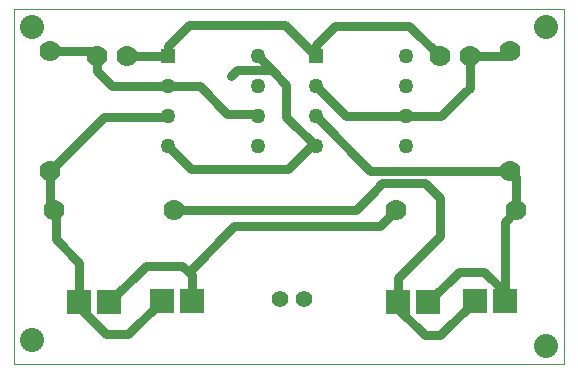
<source format=gbr>
G04 PROTEUS GERBER X2 FILE*
%TF.GenerationSoftware,Labcenter,Proteus,8.17-SP2-Build37159*%
%TF.CreationDate,2024-06-30T12:35:40+00:00*%
%TF.FileFunction,Copper,L2,Bot*%
%TF.FilePolarity,Positive*%
%TF.Part,Single*%
%TF.SameCoordinates,{19548e37-bc0f-4651-8564-f809119557b0}*%
%FSLAX45Y45*%
%MOMM*%
G01*
%TA.AperFunction,Conductor*%
%ADD10C,0.762000*%
%TA.AperFunction,ComponentPad*%
%ADD11R,1.270000X1.270000*%
%ADD12C,1.270000*%
%TA.AperFunction,ComponentPad*%
%ADD13C,1.778000*%
%ADD14R,2.032000X2.032000*%
%TA.AperFunction,WasherPad*%
%ADD15C,1.397000*%
%TA.AperFunction,OtherPad,Unknown*%
%ADD16C,2.032000*%
%TA.AperFunction,Profile*%
%ADD17C,0.101600*%
%TD.AperFunction*%
D10*
X-14550000Y+12193180D02*
X-14193180Y+12193180D01*
X-14150000Y+12150000D01*
X-13896000Y+12150000D02*
X-13550000Y+12150000D01*
X-14150000Y+12150000D02*
X-14150000Y+12024440D01*
X-14021560Y+11896000D01*
X-13550000Y+11896000D01*
X-13279635Y+11896000D01*
X-13047149Y+11663514D01*
X-12809514Y+11663514D01*
X-12788000Y+11642000D01*
X-13550000Y+12150000D02*
X-13550000Y+12236453D01*
X-13374469Y+12411984D01*
X-12561984Y+12411984D01*
X-12300000Y+12150000D01*
X-14550000Y+11177180D02*
X-14087670Y+11639510D01*
X-13552490Y+11639510D01*
X-13550000Y+11642000D01*
X-12300000Y+11896000D02*
X-12046000Y+11642000D01*
X-11538000Y+11642000D01*
X-12300000Y+11642000D02*
X-11835180Y+11177180D01*
X-10650000Y+11177180D01*
X-11538000Y+11642000D02*
X-11240754Y+11642000D01*
X-11031973Y+11850781D01*
X-10996000Y+11886754D01*
X-10996000Y+12150000D01*
X-13604000Y+10081750D02*
X-13885750Y+9800000D01*
X-14075371Y+9800000D01*
X-14300000Y+10024629D01*
X-14300000Y+10068250D01*
X-10600000Y+10850000D02*
X-10600000Y+11127180D01*
X-10650000Y+11177180D01*
X-10650000Y+12193180D02*
X-10693180Y+12150000D01*
X-10996000Y+12150000D01*
X-11346000Y+10068250D02*
X-11088775Y+10325475D01*
X-10872677Y+10325475D01*
X-10700000Y+10152798D01*
X-10700000Y+10081750D01*
X-10600000Y+10850000D02*
X-10700000Y+10750000D01*
X-10700000Y+10152798D01*
X-10954000Y+10081750D02*
X-11247079Y+9788671D01*
X-11376749Y+9788671D01*
X-11600000Y+10011922D01*
X-11600000Y+10068250D01*
X-13550000Y+11388000D02*
X-13354872Y+11192872D01*
X-12532186Y+11192872D01*
X-12337058Y+11388000D01*
X-12300000Y+11388000D01*
X-12300000Y+12150000D02*
X-12300000Y+12249903D01*
X-12139404Y+12410499D01*
X-11510499Y+12410499D01*
X-11250000Y+12150000D01*
X-14550000Y+11177180D02*
X-14550000Y+10884000D01*
X-14516000Y+10850000D01*
X-13500000Y+10850000D02*
X-11958564Y+10850000D01*
X-11825177Y+10983387D01*
X-11733528Y+11075036D01*
X-11645151Y+11075036D01*
X-11375036Y+11075036D01*
X-11250000Y+10950000D01*
X-11250000Y+10625703D01*
X-11600000Y+10275703D01*
X-11600000Y+10068250D01*
X-14300000Y+10068250D02*
X-14300000Y+10400000D01*
X-14500000Y+10600000D01*
X-14500000Y+10834000D01*
X-14516000Y+10850000D01*
X-12671453Y+12033453D02*
X-12966547Y+12033453D01*
X-13018906Y+11981094D01*
X-12788000Y+12150000D02*
X-12671453Y+12033453D01*
X-12300000Y+11388000D02*
X-12550000Y+11638000D01*
X-12550000Y+11912000D01*
X-12671453Y+12033453D01*
X-13375598Y+10324402D02*
X-12989433Y+10710567D01*
X-11760440Y+10710567D01*
X-11755433Y+10710567D01*
X-11616000Y+10850000D01*
X-14046000Y+10068250D02*
X-13736405Y+10377845D01*
X-13429041Y+10377845D01*
X-13375598Y+10324402D01*
X-13350000Y+10298804D01*
X-13350000Y+10081750D01*
D11*
X-13550000Y+12150000D03*
D12*
X-13550000Y+11896000D03*
X-13550000Y+11642000D03*
X-13550000Y+11388000D03*
X-12788000Y+11388000D03*
X-12788000Y+11642000D03*
X-12788000Y+11896000D03*
X-12788000Y+12150000D03*
D11*
X-12300000Y+12150000D03*
D12*
X-12300000Y+11896000D03*
X-12300000Y+11642000D03*
X-12300000Y+11388000D03*
X-11538000Y+11388000D03*
X-11538000Y+11642000D03*
X-11538000Y+11896000D03*
X-11538000Y+12150000D03*
D13*
X-14550000Y+11177180D03*
X-14550000Y+12193180D03*
X-14150000Y+12150000D03*
X-13896000Y+12150000D03*
X-10650000Y+12193180D03*
X-10650000Y+11177180D03*
X-11250000Y+12150000D03*
X-10996000Y+12150000D03*
X-10600000Y+10850000D03*
X-11616000Y+10850000D03*
D14*
X-14300000Y+10068250D03*
X-14046000Y+10068250D03*
X-13350000Y+10081750D03*
X-13604000Y+10081750D03*
X-11600000Y+10068250D03*
X-11346000Y+10068250D03*
X-10700000Y+10081750D03*
X-10954000Y+10081750D03*
D13*
X-13500000Y+10850000D03*
X-14516000Y+10850000D03*
D15*
X-12400000Y+10100000D03*
X-12600000Y+10100000D03*
D16*
X-14700000Y+9750000D03*
X-14700000Y+12400000D03*
X-10350000Y+12400000D03*
X-10350000Y+9700000D03*
D17*
X-14850000Y+9550000D02*
X-10200000Y+9550000D01*
X-10200000Y+12550000D01*
X-14850000Y+12550000D01*
X-14850000Y+9550000D01*
M02*

</source>
